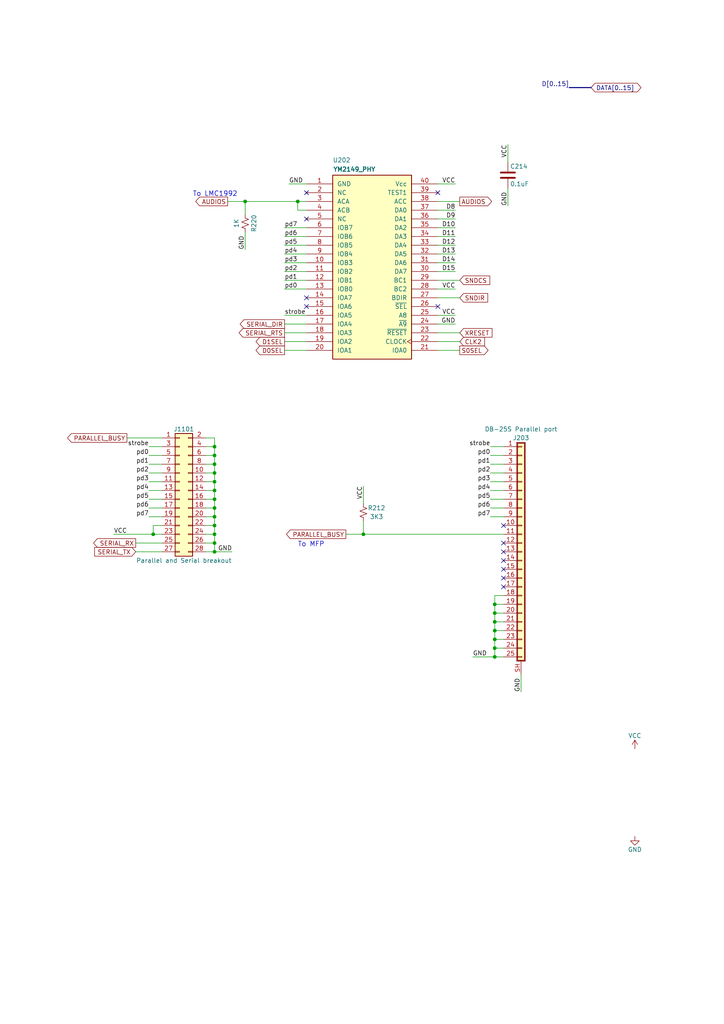
<source format=kicad_sch>
(kicad_sch (version 20211123) (generator eeschema)
  (paper "A4" portrait)
  (title_block (title "ReSTe mignon") (date "2022-07-13") (rev "mk0-0.1") (company "David SPORN") (comment 2 "original repository : https://github.com/sporniket/reste-mignon") (comment 4 "A remake of the Atari STe with some fixes applied and a target size of 25×18cm (B5)"))
  (lib_symbols
    (symbol "Connector_Generic:Conn_02x14_Odd_Even" (pin_names (offset 1.016) hide)
      (property "Reference" "J" (at 1.27 17.78 0))
      (property "Value" "Conn_02x14_Odd_Even" (at 1.27 -20.32 0))
      (symbol "Conn_02x14_Odd_Even_1_1"
        (rectangle (start -1.27 -17.653) (end 0 -17.907) (stroke (width 0.1524)))
        (rectangle (start -1.27 -15.113) (end 0 -15.367) (stroke (width 0.1524)))
        (rectangle (start -1.27 -12.573) (end 0 -12.827) (stroke (width 0.1524)))
        (rectangle (start -1.27 -10.033) (end 0 -10.287) (stroke (width 0.1524)))
        (rectangle (start -1.27 -7.493) (end 0 -7.747) (stroke (width 0.1524)))
        (rectangle (start -1.27 -4.953) (end 0 -5.207) (stroke (width 0.1524)))
        (rectangle (start -1.27 -2.413) (end 0 -2.667) (stroke (width 0.1524)))
        (rectangle (start -1.27 0.127) (end 0 -0.127) (stroke (width 0.1524)))
        (rectangle (start -1.27 2.667) (end 0 2.413) (stroke (width 0.1524)))
        (rectangle (start -1.27 5.207) (end 0 4.953) (stroke (width 0.1524)))
        (rectangle (start -1.27 7.747) (end 0 7.493) (stroke (width 0.1524)))
        (rectangle (start -1.27 10.287) (end 0 10.033) (stroke (width 0.1524)))
        (rectangle (start -1.27 12.827) (end 0 12.573) (stroke (width 0.1524)))
        (rectangle (start -1.27 15.367) (end 0 15.113) (stroke (width 0.1524)))
        (rectangle (start -1.27 16.51) (end 3.81 -19.05) (stroke (width 0.254)) (fill (type background)))
        (rectangle (start 3.81 -17.653) (end 2.54 -17.907) (stroke (width 0.1524)))
        (rectangle (start 3.81 -15.113) (end 2.54 -15.367) (stroke (width 0.1524)))
        (rectangle (start 3.81 -12.573) (end 2.54 -12.827) (stroke (width 0.1524)))
        (rectangle (start 3.81 -10.033) (end 2.54 -10.287) (stroke (width 0.1524)))
        (rectangle (start 3.81 -7.493) (end 2.54 -7.747) (stroke (width 0.1524)))
        (rectangle (start 3.81 -4.953) (end 2.54 -5.207) (stroke (width 0.1524)))
        (rectangle (start 3.81 -2.413) (end 2.54 -2.667) (stroke (width 0.1524)))
        (rectangle (start 3.81 0.127) (end 2.54 -0.127) (stroke (width 0.1524)))
        (rectangle (start 3.81 2.667) (end 2.54 2.413) (stroke (width 0.1524)))
        (rectangle (start 3.81 5.207) (end 2.54 4.953) (stroke (width 0.1524)))
        (rectangle (start 3.81 7.747) (end 2.54 7.493) (stroke (width 0.1524)))
        (rectangle (start 3.81 10.287) (end 2.54 10.033) (stroke (width 0.1524)))
        (rectangle (start 3.81 12.827) (end 2.54 12.573) (stroke (width 0.1524)))
        (rectangle (start 3.81 15.367) (end 2.54 15.113) (stroke (width 0.1524)))
        (pin passive line (at -5.08 15.24 0) (length 3.81) (name "Pin_1") (number "1"))
        (pin passive line (at 7.62 5.08 180) (length 3.81) (name "Pin_10") (number "10"))
        (pin passive line (at -5.08 2.54 0) (length 3.81) (name "Pin_11") (number "11"))
        (pin passive line (at 7.62 2.54 180) (length 3.81) (name "Pin_12") (number "12"))
        (pin passive line (at -5.08 0 0) (length 3.81) (name "Pin_13") (number "13"))
        (pin passive line (at 7.62 0 180) (length 3.81) (name "Pin_14") (number "14"))
        (pin passive line (at -5.08 -2.54 0) (length 3.81) (name "Pin_15") (number "15"))
        (pin passive line (at 7.62 -2.54 180) (length 3.81) (name "Pin_16") (number "16"))
        (pin passive line (at -5.08 -5.08 0) (length 3.81) (name "Pin_17") (number "17"))
        (pin passive line (at 7.62 -5.08 180) (length 3.81) (name "Pin_18") (number "18"))
        (pin passive line (at -5.08 -7.62 0) (length 3.81) (name "Pin_19") (number "19"))
        (pin passive line (at 7.62 15.24 180) (length 3.81) (name "Pin_2") (number "2"))
        (pin passive line (at 7.62 -7.62 180) (length 3.81) (name "Pin_20") (number "20"))
        (pin passive line (at -5.08 -10.16 0) (length 3.81) (name "Pin_21") (number "21"))
        (pin passive line (at 7.62 -10.16 180) (length 3.81) (name "Pin_22") (number "22"))
        (pin passive line (at -5.08 -12.7 0) (length 3.81) (name "Pin_23") (number "23"))
        (pin passive line (at 7.62 -12.7 180) (length 3.81) (name "Pin_24") (number "24"))
        (pin passive line (at -5.08 -15.24 0) (length 3.81) (name "Pin_25") (number "25"))
        (pin passive line (at 7.62 -15.24 180) (length 3.81) (name "Pin_26") (number "26"))
        (pin passive line (at -5.08 -17.78 0) (length 3.81) (name "Pin_27") (number "27"))
        (pin passive line (at 7.62 -17.78 180) (length 3.81) (name "Pin_28") (number "28"))
        (pin passive line (at -5.08 12.7 0) (length 3.81) (name "Pin_3") (number "3"))
        (pin passive line (at 7.62 12.7 180) (length 3.81) (name "Pin_4") (number "4"))
        (pin passive line (at -5.08 10.16 0) (length 3.81) (name "Pin_5") (number "5"))
        (pin passive line (at 7.62 10.16 180) (length 3.81) (name "Pin_6") (number "6"))
        (pin passive line (at -5.08 7.62 0) (length 3.81) (name "Pin_7") (number "7"))
        (pin passive line (at 7.62 7.62 180) (length 3.81) (name "Pin_8") (number "8"))
        (pin passive line (at -5.08 5.08 0) (length 3.81) (name "Pin_9") (number "9"))
      )
    )
    (symbol "Connector_Generic_Shielded:Conn_01x25_Shielded" (pin_names (offset 1.016) hide)
      (property "Reference" "J" (at 0.254 32.766 0))
      (property "Value" "Conn_01x25_Shielded" (at 1.016 -32.766 0))
      (symbol "Conn_01x25_Shielded_1_1"
        (rectangle (start -1.27 31.75) (end 1.27 -31.75) (stroke (width 0.1524)))
        (rectangle (start -1.016 -30.353) (end 0.254 -30.607) (stroke (width 0.1524)))
        (rectangle (start -1.016 -27.813) (end 0.254 -28.067) (stroke (width 0.1524)))
        (rectangle (start -1.016 -25.273) (end 0.254 -25.527) (stroke (width 0.1524)))
        (rectangle (start -1.016 -22.733) (end 0.254 -22.987) (stroke (width 0.1524)))
        (rectangle (start -1.016 -20.193) (end 0.254 -20.447) (stroke (width 0.1524)))
        (rectangle (start -1.016 -17.653) (end 0.254 -17.907) (stroke (width 0.1524)))
        (rectangle (start -1.016 -15.113) (end 0.254 -15.367) (stroke (width 0.1524)))
        (rectangle (start -1.016 -12.573) (end 0.254 -12.827) (stroke (width 0.1524)))
        (rectangle (start -1.016 -10.033) (end 0.254 -10.287) (stroke (width 0.1524)))
        (rectangle (start -1.016 -7.493) (end 0.254 -7.747) (stroke (width 0.1524)))
        (rectangle (start -1.016 -4.953) (end 0.254 -5.207) (stroke (width 0.1524)))
        (rectangle (start -1.016 -2.413) (end 0.254 -2.667) (stroke (width 0.1524)))
        (rectangle (start -1.016 0.127) (end 0.254 -0.127) (stroke (width 0.1524)))
        (rectangle (start -1.016 2.667) (end 0.254 2.413) (stroke (width 0.1524)))
        (rectangle (start -1.016 5.207) (end 0.254 4.953) (stroke (width 0.1524)))
        (rectangle (start -1.016 7.747) (end 0.254 7.493) (stroke (width 0.1524)))
        (rectangle (start -1.016 10.287) (end 0.254 10.033) (stroke (width 0.1524)))
        (rectangle (start -1.016 12.827) (end 0.254 12.573) (stroke (width 0.1524)))
        (rectangle (start -1.016 15.367) (end 0.254 15.113) (stroke (width 0.1524)))
        (rectangle (start -1.016 17.907) (end 0.254 17.653) (stroke (width 0.1524)))
        (rectangle (start -1.016 20.447) (end 0.254 20.193) (stroke (width 0.1524)))
        (rectangle (start -1.016 22.987) (end 0.254 22.733) (stroke (width 0.1524)))
        (rectangle (start -1.016 25.527) (end 0.254 25.273) (stroke (width 0.1524)))
        (rectangle (start -1.016 28.067) (end 0.254 27.813) (stroke (width 0.1524)))
        (rectangle (start -1.016 30.607) (end 0.254 30.353) (stroke (width 0.1524)))
        (rectangle (start -1.016 31.496) (end 1.016 -31.496) (stroke (width 0.254)) (fill (type background)))
        (pin passive line (at -5.08 30.48 0) (length 4.064) (name "Pin_1") (number "1"))
        (pin passive line (at -5.08 7.62 0) (length 4.064) (name "Pin_10") (number "10"))
        (pin passive line (at -5.08 5.08 0) (length 4.064) (name "Pin_11") (number "11"))
        (pin passive line (at -5.08 2.54 0) (length 4.064) (name "Pin_12") (number "12"))
        (pin passive line (at -5.08 0 0) (length 4.064) (name "Pin_13") (number "13"))
        (pin passive line (at -5.08 -2.54 0) (length 4.064) (name "Pin_14") (number "14"))
        (pin passive line (at -5.08 -5.08 0) (length 4.064) (name "Pin_15") (number "15"))
        (pin passive line (at -5.08 -7.62 0) (length 4.064) (name "Pin_16") (number "16"))
        (pin passive line (at -5.08 -10.16 0) (length 4.064) (name "Pin_17") (number "17"))
        (pin passive line (at -5.08 -12.7 0) (length 4.064) (name "Pin_18") (number "18"))
        (pin passive line (at -5.08 -15.24 0) (length 4.064) (name "Pin_19") (number "19"))
        (pin passive line (at -5.08 27.94 0) (length 4.064) (name "Pin_2") (number "2"))
        (pin passive line (at -5.08 -17.78 0) (length 4.064) (name "Pin_20") (number "20"))
        (pin passive line (at -5.08 -20.32 0) (length 4.064) (name "Pin_21") (number "21"))
        (pin passive line (at -5.08 -22.86 0) (length 4.064) (name "Pin_22") (number "22"))
        (pin passive line (at -5.08 -25.4 0) (length 4.064) (name "Pin_23") (number "23"))
        (pin passive line (at -5.08 -27.94 0) (length 4.064) (name "Pin_24") (number "24"))
        (pin passive line (at -5.08 -30.48 0) (length 4.064) (name "Pin_25") (number "25"))
        (pin passive line (at -5.08 25.4 0) (length 4.064) (name "Pin_3") (number "3"))
        (pin passive line (at -5.08 22.86 0) (length 4.064) (name "Pin_4") (number "4"))
        (pin passive line (at -5.08 20.32 0) (length 4.064) (name "Pin_5") (number "5"))
        (pin passive line (at -5.08 17.78 0) (length 4.064) (name "Pin_6") (number "6"))
        (pin passive line (at -5.08 15.24 0) (length 4.064) (name "Pin_7") (number "7"))
        (pin passive line (at -5.08 12.7 0) (length 4.064) (name "Pin_8") (number "8"))
        (pin passive line (at -5.08 10.16 0) (length 4.064) (name "Pin_9") (number "9"))
        (pin passive line (at 0 -35.56 90) (length 3.81) (name "Shield") (number "SH"))
      )
    )
    (symbol "Device:C" (pin_numbers hide) (pin_names (offset 0.254))
      (property "Reference" "C" (at 0.635 2.54 0))
      (property "Value" "C" (at 0.635 -2.54 0))
      (symbol "C_0_1"
        (polyline (pts (xy -2.032 -0.762) (xy 2.032 -0.762)) (stroke (width 0.508)))
        (polyline (pts (xy -2.032 0.762) (xy 2.032 0.762)) (stroke (width 0.508)))
      )
      (symbol "C_1_1"
        (pin passive line (at 0 3.81 270) (length 2.794) (name "~") (number "1"))
        (pin passive line (at 0 -3.81 90) (length 2.794) (name "~") (number "2"))
      )
    )
    (symbol "Device:R_Small_US" (pin_numbers hide) (pin_names (offset 0.254) hide)
      (property "Reference" "R" (at 0.762 0.508 0))
      (property "Value" "R_Small_US" (at 0.762 -1.016 0))
      (symbol "R_Small_US_1_1"
        (polyline (pts (xy 0 0) (xy 1.016 -0.381) (xy 0 -0.762) (xy -1.016 -1.143) (xy 0 -1.524)))
        (polyline (pts (xy 0 1.524) (xy 1.016 1.143) (xy 0 0.762) (xy -1.016 0.381) (xy 0 0)))
        (pin passive line (at 0 2.54 270) (length 1.016) (name "~") (number "1"))
        (pin passive line (at 0 -2.54 90) (length 1.016) (name "~") (number "2"))
      )
    )
    (symbol "power:GND" (power) (pin_names (offset 0))
      (property "Value" "GND" (at 0 -3.81 0))
      (symbol "GND_0_1"
        (polyline (pts (xy 0 0) (xy 0 -1.27) (xy 1.27 -1.27) (xy 0 -2.54) (xy -1.27 -1.27) (xy 0 -1.27)))
      )
      (symbol "GND_1_1"
        (pin power_in line (at 0 0 270) (length 0) hide (name "GND") (number "1"))
      )
    )
    (symbol "power:VCC" (power) (pin_names (offset 0))
      (property "Value" "VCC" (at 0 3.81 0))
      (symbol "VCC_0_1"
        (polyline (pts (xy -0.762 1.27) (xy 0 2.54)))
        (polyline (pts (xy 0 0) (xy 0 2.54)))
        (polyline (pts (xy 0 2.54) (xy 0.762 1.27)))
      )
      (symbol "VCC_1_1"
        (pin power_in line (at 0 0 90) (length 0) hide (name "VCC") (number "1"))
      )
    )
    (symbol "ym2149:YM2149_PHY" (pin_names (offset 1.27))
      (property "Reference" "U" (at 0 0 0))
      (property "Value" "YM2149_PHY" (at 0 0 0))
      (symbol "YM2149_PHY_0_0"
        (rectangle (start -11.43 26.67) (end 11.43 -26.67) (stroke (width 0.254)) (fill (type background)))
        (pin power_in line (at -19.05 24.13 0) (length 7.62) (name "GND") (number "1"))
        (pin bidirectional line (at -19.05 1.27 0) (length 7.62) (name "IOB3") (number "10"))
        (pin bidirectional line (at -19.05 -1.27 0) (length 7.62) (name "IOB2") (number "11"))
        (pin bidirectional line (at -19.05 -3.81 0) (length 7.62) (name "IOB1") (number "12"))
        (pin bidirectional line (at -19.05 -6.35 0) (length 7.62) (name "IOB0") (number "13"))
        (pin bidirectional line (at -19.05 -8.89 0) (length 7.62) (name "IOA7") (number "14"))
        (pin bidirectional line (at -19.05 -11.43 0) (length 7.62) (name "IOA6") (number "15"))
        (pin bidirectional line (at -19.05 -13.97 0) (length 7.62) (name "IOA5") (number "16"))
        (pin bidirectional line (at -19.05 -16.51 0) (length 7.62) (name "IOA4") (number "17"))
        (pin bidirectional line (at -19.05 -19.05 0) (length 7.62) (name "IOA3") (number "18"))
        (pin bidirectional line (at -19.05 -21.59 0) (length 7.62) (name "IOA2") (number "19"))
        (pin no_connect line (at -19.05 21.59 0) (length 7.62) (name "NC") (number "2"))
        (pin bidirectional line (at -19.05 -24.13 0) (length 7.62) (name "IOA1") (number "20"))
        (pin bidirectional line (at 19.05 -24.13 180) (length 7.62) (name "IOA0") (number "21"))
        (pin input clock (at 19.05 -21.59 180) (length 7.62) (name "CLOCK") (number "22"))
        (pin input line (at 19.05 -19.05 180) (length 7.62) (name "~{RESET}") (number "23"))
        (pin input line (at 19.05 -16.51 180) (length 7.62) (name "~{A9}") (number "24"))
        (pin input line (at 19.05 -13.97 180) (length 7.62) (name "A8") (number "25"))
        (pin input line (at 19.05 -11.43 180) (length 7.62) (name "~{SEL}") (number "26"))
        (pin input line (at 19.05 -8.89 180) (length 7.62) (name "BDIR") (number "27"))
        (pin input line (at 19.05 -6.35 180) (length 7.62) (name "BC2") (number "28"))
        (pin input line (at 19.05 -3.81 180) (length 7.62) (name "BC1") (number "29"))
        (pin open_collector line (at -19.05 19.05 0) (length 7.62) (name "ACA") (number "3"))
        (pin bidirectional line (at 19.05 -1.27 180) (length 7.62) (name "DA7") (number "30"))
        (pin bidirectional line (at 19.05 1.27 180) (length 7.62) (name "DA6") (number "31"))
        (pin bidirectional line (at 19.05 3.81 180) (length 7.62) (name "DA5") (number "32"))
        (pin bidirectional line (at 19.05 6.35 180) (length 7.62) (name "DA4") (number "33"))
        (pin bidirectional line (at 19.05 8.89 180) (length 7.62) (name "DA3") (number "34"))
        (pin bidirectional line (at 19.05 11.43 180) (length 7.62) (name "DA2") (number "35"))
        (pin bidirectional line (at 19.05 13.97 180) (length 7.62) (name "DA1") (number "36"))
        (pin bidirectional line (at 19.05 16.51 180) (length 7.62) (name "DA0") (number "37"))
        (pin open_collector line (at 19.05 19.05 180) (length 7.62) (name "ACC") (number "38"))
        (pin no_connect line (at 19.05 21.59 180) (length 7.62) (name "TEST1") (number "39"))
        (pin open_collector line (at -19.05 16.51 0) (length 7.62) (name "ACB") (number "4"))
        (pin power_in line (at 19.05 24.13 180) (length 7.62) (name "Vcc") (number "40"))
        (pin no_connect line (at -19.05 13.97 0) (length 7.62) (name "NC") (number "5"))
        (pin bidirectional line (at -19.05 11.43 0) (length 7.62) (name "IOB7") (number "6"))
        (pin bidirectional line (at -19.05 8.89 0) (length 7.62) (name "IOB6") (number "7"))
        (pin bidirectional line (at -19.05 6.35 0) (length 7.62) (name "IOB5") (number "8"))
        (pin bidirectional line (at -19.05 3.81 0) (length 7.62) (name "IOB4") (number "9"))
      )
    )
  )
  (junction (at 86.36 58.42))
  (junction (at 62.23 144.78))
  (junction (at 62.23 142.24))
  (junction (at 44.45 154.94))
  (junction (at 71.12 58.42))
  (junction (at 62.23 132.08))
  (junction (at 62.23 139.7))
  (junction (at 62.23 157.48))
  (junction (at 143.51 190.5))
  (junction (at 62.23 129.54))
  (junction (at 62.23 152.4))
  (junction (at 62.23 137.16))
  (junction (at 62.23 134.62))
  (junction (at 143.51 185.42))
  (junction (at 62.23 154.94))
  (junction (at 143.51 182.88))
  (junction (at 143.51 175.26))
  (junction (at 62.23 160.02))
  (junction (at 143.51 187.96))
  (junction (at 62.23 149.86))
  (junction (at 143.51 180.34))
  (junction (at 143.51 177.8))
  (junction (at 62.23 147.32))
  (junction (at 105.41 154.94))
  (no_connect (at 88.9 63.5))
  (no_connect (at 146.05 157.48))
  (no_connect (at 88.9 86.36))
  (no_connect (at 146.05 160.02))
  (no_connect (at 146.05 165.1))
  (no_connect (at 127 88.9))
  (no_connect (at 146.05 170.18))
  (no_connect (at 146.05 167.64))
  (no_connect (at 88.9 55.88))
  (no_connect (at 127 55.88))
  (no_connect (at 88.9 88.9))
  (no_connect (at 146.05 162.56))
  (no_connect (at 146.05 152.4))
  (wire (pts (xy 143.51 187.96) (xy 143.51 190.5)))
  (wire (pts (xy 143.51 180.34) (xy 146.05 180.34)))
  (wire (pts (xy 43.18 132.08) (xy 46.99 132.08)))
  (wire (pts (xy 43.18 149.86) (xy 46.99 149.86)))
  (wire (pts (xy 82.55 91.44) (xy 88.9 91.44)))
  (wire (pts (xy 62.23 127) (xy 59.69 127)))
  (wire (pts (xy 59.69 152.4) (xy 62.23 152.4)))
  (wire (pts (xy 127 73.66) (xy 132.08 73.66)))
  (wire (pts (xy 44.45 154.94) (xy 46.99 154.94)))
  (wire (pts (xy 86.36 58.42) (xy 88.9 58.42)))
  (wire (pts (xy 59.69 132.08) (xy 62.23 132.08)))
  (wire (pts (xy 147.32 54.61) (xy 147.32 59.69)))
  (wire (pts (xy 105.41 151.13) (xy 105.41 154.94)))
  (wire (pts (xy 127 58.42) (xy 133.35 58.42)))
  (wire (pts (xy 62.23 160.02) (xy 62.23 157.48)))
  (wire (pts (xy 43.18 142.24) (xy 46.99 142.24)))
  (wire (pts (xy 127 76.2) (xy 132.08 76.2)))
  (wire (pts (xy 71.12 58.42) (xy 86.36 58.42)))
  (wire (pts (xy 62.23 160.02) (xy 67.31 160.02)))
  (wire (pts (xy 127 68.58) (xy 132.08 68.58)))
  (wire (pts (xy 143.51 172.72) (xy 143.51 175.26)))
  (wire (pts (xy 82.55 78.74) (xy 88.9 78.74)))
  (wire (pts (xy 71.12 58.42) (xy 71.12 62.23)))
  (wire (pts (xy 62.23 142.24) (xy 62.23 139.7)))
  (wire (pts (xy 39.37 160.02) (xy 46.99 160.02)))
  (wire (pts (xy 71.12 67.31) (xy 71.12 72.39)))
  (wire (pts (xy 127 96.52) (xy 133.35 96.52)))
  (wire (pts (xy 143.51 182.88) (xy 143.51 185.42)))
  (wire (pts (xy 82.55 93.98) (xy 88.9 93.98)))
  (wire (pts (xy 142.24 147.32) (xy 146.05 147.32)))
  (wire (pts (xy 143.51 187.96) (xy 146.05 187.96)))
  (wire (pts (xy 82.55 101.6) (xy 88.9 101.6)))
  (wire (pts (xy 62.23 134.62) (xy 62.23 132.08)))
  (wire (pts (xy 127 86.36) (xy 133.35 86.36)))
  (wire (pts (xy 105.41 146.05) (xy 105.41 140.97)))
  (wire (pts (xy 127 60.96) (xy 132.08 60.96)))
  (wire (pts (xy 66.04 58.42) (xy 71.12 58.42)))
  (wire (pts (xy 62.23 147.32) (xy 62.23 144.78)))
  (wire (pts (xy 143.51 177.8) (xy 146.05 177.8)))
  (wire (pts (xy 82.55 68.58) (xy 88.9 68.58)))
  (wire (pts (xy 143.51 185.42) (xy 146.05 185.42)))
  (wire (pts (xy 59.69 149.86) (xy 62.23 149.86)))
  (wire (pts (xy 43.18 144.78) (xy 46.99 144.78)))
  (wire (pts (xy 143.51 182.88) (xy 146.05 182.88)))
  (wire (pts (xy 142.24 137.16) (xy 146.05 137.16)))
  (wire (pts (xy 143.51 172.72) (xy 146.05 172.72)))
  (wire (pts (xy 86.36 60.96) (xy 86.36 58.42)))
  (wire (pts (xy 83.82 53.34) (xy 88.9 53.34)))
  (bus (pts (xy 165.1 25.4) (xy 171.45 25.4)))
  (wire (pts (xy 59.69 139.7) (xy 62.23 139.7)))
  (wire (pts (xy 82.55 83.82) (xy 88.9 83.82)))
  (wire (pts (xy 82.55 81.28) (xy 88.9 81.28)))
  (wire (pts (xy 43.18 134.62) (xy 46.99 134.62)))
  (wire (pts (xy 62.23 139.7) (xy 62.23 137.16)))
  (wire (pts (xy 127 83.82) (xy 132.08 83.82)))
  (wire (pts (xy 44.45 152.4) (xy 46.99 152.4)))
  (wire (pts (xy 127 71.12) (xy 132.08 71.12)))
  (wire (pts (xy 44.45 154.94) (xy 44.45 152.4)))
  (wire (pts (xy 59.69 134.62) (xy 62.23 134.62)))
  (wire (pts (xy 142.24 144.78) (xy 146.05 144.78)))
  (wire (pts (xy 62.23 154.94) (xy 62.23 152.4)))
  (wire (pts (xy 147.32 41.91) (xy 147.32 46.99)))
  (wire (pts (xy 88.9 60.96) (xy 86.36 60.96)))
  (wire (pts (xy 33.02 154.94) (xy 44.45 154.94)))
  (wire (pts (xy 43.18 139.7) (xy 46.99 139.7)))
  (wire (pts (xy 62.23 144.78) (xy 62.23 142.24)))
  (wire (pts (xy 82.55 73.66) (xy 88.9 73.66)))
  (wire (pts (xy 36.83 127) (xy 46.99 127)))
  (wire (pts (xy 82.55 96.52) (xy 88.9 96.52)))
  (wire (pts (xy 82.55 66.04) (xy 88.9 66.04)))
  (wire (pts (xy 59.69 147.32) (xy 62.23 147.32)))
  (wire (pts (xy 59.69 160.02) (xy 62.23 160.02)))
  (wire (pts (xy 143.51 177.8) (xy 143.51 180.34)))
  (wire (pts (xy 142.24 142.24) (xy 146.05 142.24)))
  (wire (pts (xy 100.33 154.94) (xy 105.41 154.94)))
  (wire (pts (xy 127 91.44) (xy 132.08 91.44)))
  (wire (pts (xy 127 81.28) (xy 133.35 81.28)))
  (wire (pts (xy 105.41 154.94) (xy 146.05 154.94)))
  (wire (pts (xy 62.23 157.48) (xy 62.23 154.94)))
  (wire (pts (xy 82.55 76.2) (xy 88.9 76.2)))
  (wire (pts (xy 143.51 190.5) (xy 146.05 190.5)))
  (wire (pts (xy 59.69 137.16) (xy 62.23 137.16)))
  (wire (pts (xy 59.69 157.48) (xy 62.23 157.48)))
  (wire (pts (xy 143.51 185.42) (xy 143.51 187.96)))
  (wire (pts (xy 142.24 139.7) (xy 146.05 139.7)))
  (wire (pts (xy 43.18 129.54) (xy 46.99 129.54)))
  (wire (pts (xy 62.23 132.08) (xy 62.23 129.54)))
  (wire (pts (xy 142.24 134.62) (xy 146.05 134.62)))
  (wire (pts (xy 151.13 200.66) (xy 151.13 195.58)))
  (wire (pts (xy 62.23 149.86) (xy 62.23 147.32)))
  (wire (pts (xy 127 101.6) (xy 133.35 101.6)))
  (wire (pts (xy 59.69 144.78) (xy 62.23 144.78)))
  (wire (pts (xy 143.51 175.26) (xy 146.05 175.26)))
  (wire (pts (xy 59.69 129.54) (xy 62.23 129.54)))
  (wire (pts (xy 62.23 152.4) (xy 62.23 149.86)))
  (wire (pts (xy 127 63.5) (xy 132.08 63.5)))
  (wire (pts (xy 127 66.04) (xy 132.08 66.04)))
  (wire (pts (xy 46.99 157.48) (xy 39.37 157.48)))
  (wire (pts (xy 127 78.74) (xy 132.08 78.74)))
  (wire (pts (xy 142.24 129.54) (xy 146.05 129.54)))
  (wire (pts (xy 82.55 71.12) (xy 88.9 71.12)))
  (wire (pts (xy 137.16 190.5) (xy 143.51 190.5)))
  (wire (pts (xy 43.18 137.16) (xy 46.99 137.16)))
  (wire (pts (xy 82.55 99.06) (xy 88.9 99.06)))
  (wire (pts (xy 143.51 175.26) (xy 143.51 177.8)))
  (wire (pts (xy 62.23 129.54) (xy 62.23 127)))
  (wire (pts (xy 59.69 154.94) (xy 62.23 154.94)))
  (wire (pts (xy 127 53.34) (xy 132.08 53.34)))
  (wire (pts (xy 43.18 147.32) (xy 46.99 147.32)))
  (wire (pts (xy 127 93.98) (xy 132.08 93.98)))
  (wire (pts (xy 59.69 142.24) (xy 62.23 142.24)))
  (wire (pts (xy 62.23 137.16) (xy 62.23 134.62)))
  (wire (pts (xy 142.24 149.86) (xy 146.05 149.86)))
  (wire (pts (xy 143.51 180.34) (xy 143.51 182.88)))
  (wire (pts (xy 127 99.06) (xy 133.35 99.06)))
  (wire (pts (xy 142.24 132.08) (xy 146.05 132.08)))
  (text "To LMC1992" (at 55.88 57.15 0) (effects (font (size 1.397 1.397)) (justify left bottom)))
  (text "To MFP" (at 86.36 158.75 0) (effects (font (size 1.397 1.397)) (justify left bottom)))
  (label "D8" (at 132.08 60.96 180))
  (label "VCC" (at 33.02 154.94 0))
  (label "strobe" (at 43.18 129.54 180))
  (label "pd6" (at 82.55 68.58 0))
  (label "VCC" (at 132.08 53.34 180))
  (label "D10" (at 132.08 66.04 180))
  (label "pd1" (at 43.18 134.62 180))
  (label "GND" (at 151.13 200.66 90))
  (label "pd5" (at 142.24 144.78 180))
  (label "GND" (at 137.16 190.5 0))
  (label "strobe" (at 142.24 129.54 180))
  (label "pd5" (at 82.55 71.12 0))
  (label "pd7" (at 43.18 149.86 180))
  (label "pd6" (at 43.18 147.32 180))
  (label "pd1" (at 142.24 134.62 180))
  (label "pd1" (at 82.55 81.28 0))
  (label "GND" (at 147.32 59.69 90))
  (label "pd0" (at 82.55 83.82 0))
  (label "pd4" (at 43.18 142.24 180))
  (label "pd3" (at 43.18 139.7 180))
  (label "pd6" (at 142.24 147.32 180))
  (label "VCC" (at 132.08 91.44 180))
  (label "D15" (at 132.08 78.74 180))
  (label "GND" (at 83.82 53.34 0))
  (label "GND" (at 132.08 93.98 180))
  (label "VCC" (at 132.08 83.82 180))
  (label "D9" (at 132.08 63.5 180))
  (label "pd2" (at 142.24 137.16 180))
  (label "pd7" (at 142.24 149.86 180))
  (label "GND" (at 71.12 72.39 90))
  (label "pd0" (at 43.18 132.08 180))
  (label "VCC" (at 105.41 140.97 270))
  (label "pd3" (at 82.55 76.2 0))
  (label "pd2" (at 82.55 78.74 0))
  (label "D13" (at 132.08 73.66 180))
  (label "D14" (at 132.08 76.2 180))
  (label "pd4" (at 82.55 73.66 0))
  (label "GND" (at 67.31 160.02 180))
  (label "pd5" (at 43.18 144.78 180))
  (label "pd2" (at 43.18 137.16 180))
  (label "D[0..15]" (at 165.1 25.4 180))
  (label "pd3" (at 142.24 139.7 180))
  (label "D12" (at 132.08 71.12 180))
  (label "VCC" (at 147.32 41.91 270))
  (label "D11" (at 132.08 68.58 180))
  (label "pd0" (at 142.24 132.08 180))
  (label "strobe" (at 82.55 91.44 0))
  (label "pd7" (at 82.55 66.04 0))
  (label "pd4" (at 142.24 142.24 180))
  (global_label "XRESET" (shape input) (at 133.35 96.52 0) (property "Intersheet References" "${INTERSHEET_REFS}" (effects hide)))
  (global_label "PARALLEL_BUSY" (shape output) (at 100.33 154.94 180) (property "Intersheet References" "${INTERSHEET_REFS}" (effects hide)))
  (global_label "D0SEL" (shape output) (at 82.55 101.6 180) (property "Intersheet References" "${INTERSHEET_REFS}" (effects hide)))
  (global_label "SERIAL_TX" (shape input) (at 39.37 160.02 180) (property "Intersheet References" "${INTERSHEET_REFS}" (effects hide)))
  (global_label "SNDCS" (shape input) (at 133.35 81.28 0) (property "Intersheet References" "${INTERSHEET_REFS}" (effects hide)))
  (global_label "SNDIR" (shape input) (at 133.35 86.36 0) (property "Intersheet References" "${INTERSHEET_REFS}" (effects hide)))
  (global_label "AUDIOS" (shape output) (at 66.04 58.42 180) (property "Intersheet References" "${INTERSHEET_REFS}" (effects hide)))
  (global_label "AUDIOS" (shape output) (at 133.35 58.42 0) (property "Intersheet References" "${INTERSHEET_REFS}" (effects hide)))
  (global_label "SERIAL_DIR" (shape output) (at 82.55 93.98 180) (property "Intersheet References" "${INTERSHEET_REFS}" (effects hide)))
  (global_label "CLK2" (shape input) (at 133.35 99.06 0) (property "Intersheet References" "${INTERSHEET_REFS}" (effects hide)))
  (global_label "SERIAL_RTS" (shape output) (at 82.55 96.52 180) (property "Intersheet References" "${INTERSHEET_REFS}" (effects hide)))
  (global_label "DATA[0..15]" (shape bidirectional) (at 171.45 25.4 0) (property "Intersheet References" "${INTERSHEET_REFS}" (effects hide)))
  (global_label "D1SEL" (shape output) (at 82.55 99.06 180) (property "Intersheet References" "${INTERSHEET_REFS}" (effects hide)))
  (global_label "S0SEL" (shape output) (at 133.35 101.6 0) (property "Intersheet References" "${INTERSHEET_REFS}" (effects hide)))
  (global_label "PARALLEL_BUSY" (shape output) (at 36.83 127 180) (property "Intersheet References" "${INTERSHEET_REFS}" (effects hide)))
  (global_label "SERIAL_RX" (shape output) (at 39.37 157.48 180) (property "Intersheet References" "${INTERSHEET_REFS}" (effects hide)))
  (symbol (lib_id "ym2149:YM2149_PHY") (at 107.95 77.47 0) (unit 1)
    (property "Reference" "U202" (at 96.52 45.72 0) (effects (justify left top)))
    (property "Value" "YM2149_PHY" (at 96.52 48.26 0) (effects (font bold) (justify left top)))
    (property "Footprint" "Package_DIP:DIP-40_W15.24mm_LongPads" (effects hide))
  )
  (symbol (lib_id "Connector_Generic_Shielded:Conn_01x25_Shielded") (at 151.13 160.02 0) (unit 1)
    (property "Reference" "J203" (at 151.13 127 0))
    (property "Value" "DB-25S Parallel port" (at 151.13 124.46 0))
    (property "Footprint" "commons-interconnect_THT:DSUB-25_Female_Horizontal_P2.77x2.84mm_EdgePinOffset7.70mm_Housed_MountingHolesOffset9.12mm" (effects hide))
  )
  (symbol (lib_id "Device:R_Small_US") (at 71.12 64.77 180) (unit 1)
    (property "Reference" "R220" (at 73.66 64.77 90))
    (property "Value" "1K" (at 68.58 64.77 90))
    (property "Footprint" "Resistor_SMD:R_1206_3216Metric_Pad1.30x1.75mm_HandSolder" (effects hide))
  )
  (symbol (lib_id "Device:C") (at 147.32 50.8 0) (unit 1)
    (property "Reference" "C214" (at 147.955 48.26 0) (effects (justify left)))
    (property "Value" "0.1uF" (at 147.955 53.34 0) (effects (justify left)))
    (property "Footprint" "Capacitor_SMD:C_1206_3216Metric_Pad1.33x1.80mm_HandSolder" (effects hide))
  )
  (symbol (lib_id "Device:R_Small_US") (at 105.41 148.59 0) (unit 1)
    (property "Reference" "R212" (at 109.22 147.32 0))
    (property "Value" "3K3" (at 109.22 149.86 0))
    (property "Footprint" "Resistor_SMD:R_1206_3216Metric_Pad1.30x1.75mm_HandSolder" (effects hide))
  )
  (symbol (lib_id "Connector_Generic:Conn_02x14_Odd_Even") (at 52.07 142.24 0) (unit 1)
    (property "Reference" "J1101" (at 53.34 124.46 0))
    (property "Value" "Parallel and Serial breakout" (at 53.34 162.56 0))
    (property "Footprint" "Connector_PinHeader_2.54mm:PinHeader_2x14_P2.54mm_Vertical" (effects hide))
  )
  (symbol (lib_id "power:VCC") (at 184.15 217.17 0) (unit 1)
    (property "Reference" "#PWR0132" (effects hide))
    (property "Value" "VCC" (at 184.15 213.36 0))
  )
  (symbol (lib_id "power:GND") (at 184.15 242.57 0) (unit 1)
    (property "Reference" "#PWR0133" (effects hide))
    (property "Value" "GND" (at 184.15 246.38 0))
  )
)
</source>
